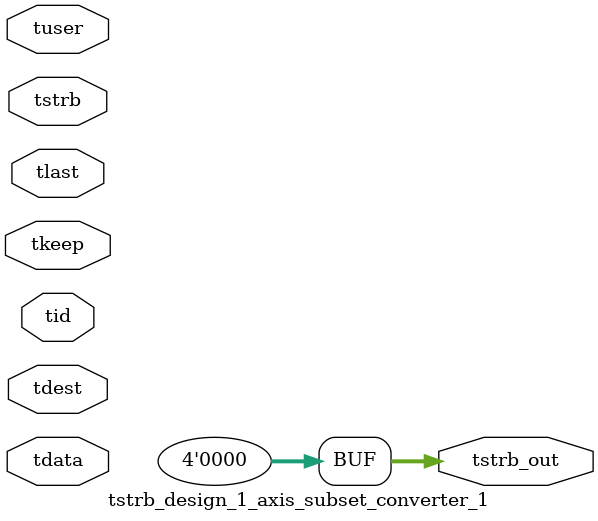
<source format=v>


`timescale 1ps/1ps

module tstrb_design_1_axis_subset_converter_1 #
(
parameter C_S_AXIS_TDATA_WIDTH = 32,
parameter C_S_AXIS_TUSER_WIDTH = 0,
parameter C_S_AXIS_TID_WIDTH   = 0,
parameter C_S_AXIS_TDEST_WIDTH = 0,
parameter C_M_AXIS_TDATA_WIDTH = 32
)
(
input  [(C_S_AXIS_TDATA_WIDTH == 0 ? 1 : C_S_AXIS_TDATA_WIDTH)-1:0     ] tdata,
input  [(C_S_AXIS_TUSER_WIDTH == 0 ? 1 : C_S_AXIS_TUSER_WIDTH)-1:0     ] tuser,
input  [(C_S_AXIS_TID_WIDTH   == 0 ? 1 : C_S_AXIS_TID_WIDTH)-1:0       ] tid,
input  [(C_S_AXIS_TDEST_WIDTH == 0 ? 1 : C_S_AXIS_TDEST_WIDTH)-1:0     ] tdest,
input  [(C_S_AXIS_TDATA_WIDTH/8)-1:0 ] tkeep,
input  [(C_S_AXIS_TDATA_WIDTH/8)-1:0 ] tstrb,
input                                                                    tlast,
output [(C_M_AXIS_TDATA_WIDTH/8)-1:0 ] tstrb_out
);

assign tstrb_out = {1'b0};

endmodule


</source>
